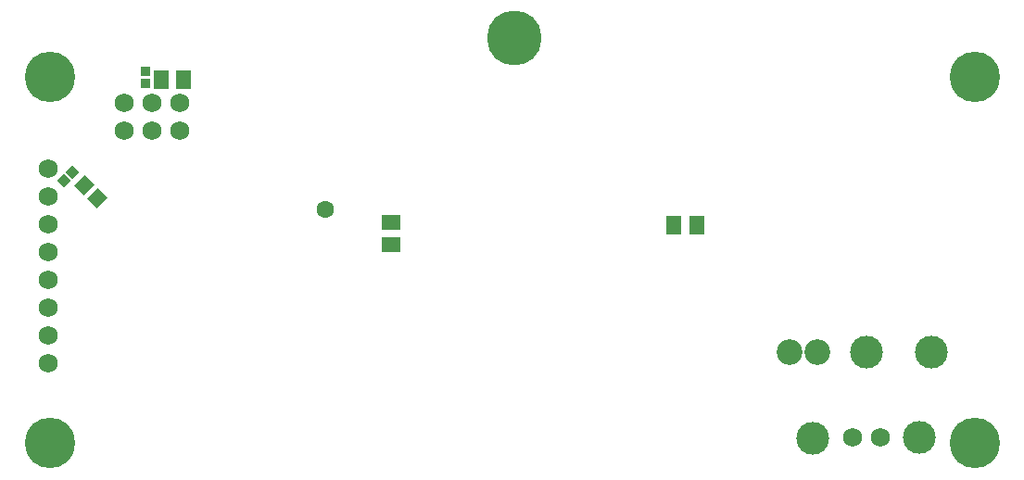
<source format=gbr>
%TF.GenerationSoftware,Altium Limited,Altium Designer,18.1.7 (191)*%
G04 Layer_Color=16711935*
%FSLAX26Y26*%
%MOIN*%
%TF.FileFunction,Soldermask,Bot*%
%TF.Part,Single*%
G01*
G75*
%TA.AperFunction,SMDPad,CuDef*%
%ADD57R,0.055244X0.065087*%
%ADD58R,0.065087X0.055244*%
%ADD59R,0.035559X0.035559*%
%ADD60P,0.050288X4X270.0*%
G04:AMPARAMS|DCode=61|XSize=55.244mil|YSize=51.307mil|CornerRadius=0mil|HoleSize=0mil|Usage=FLASHONLY|Rotation=225.000|XOffset=0mil|YOffset=0mil|HoleType=Round|Shape=Rectangle|*
%AMROTATEDRECTD61*
4,1,4,0.001392,0.037672,0.037672,0.001392,-0.001392,-0.037672,-0.037672,-0.001392,0.001392,0.037672,0.0*
%
%ADD61ROTATEDRECTD61*%

%TA.AperFunction,ComponentPad*%
%ADD62C,0.118000*%
%ADD63C,0.068000*%
%TA.AperFunction,ViaPad*%
%ADD64C,0.196850*%
%TA.AperFunction,ComponentPad*%
%ADD65C,0.092016*%
%TA.AperFunction,ViaPad*%
%ADD66C,0.181228*%
%ADD67C,0.063118*%
D57*
X2425118Y884134D02*
D03*
X2342441D02*
D03*
X498661Y1408307D02*
D03*
X581339D02*
D03*
D58*
X1326496Y811850D02*
D03*
Y894528D02*
D03*
D59*
X444827Y1392693D02*
D03*
Y1436000D02*
D03*
D60*
X179406Y1073264D02*
D03*
X148783Y1042641D02*
D03*
D61*
X222164Y1026104D02*
D03*
X269490Y978778D02*
D03*
D62*
X3035590Y427087D02*
D03*
X3268661D02*
D03*
X2842874Y117835D02*
D03*
X3228346Y120079D02*
D03*
D63*
X2986496Y118937D02*
D03*
X3086496D02*
D03*
X93685Y386000D02*
D03*
Y486000D02*
D03*
Y586000D02*
D03*
Y686000D02*
D03*
Y1086000D02*
D03*
Y986000D02*
D03*
Y886000D02*
D03*
Y786000D02*
D03*
X566685Y1323000D02*
D03*
X466685D02*
D03*
X366685D02*
D03*
Y1223000D02*
D03*
X466685D02*
D03*
X566685D02*
D03*
D64*
X1771653Y1555118D02*
D03*
D65*
X2758504Y427087D02*
D03*
X2858504D02*
D03*
D66*
X98425Y98425D02*
D03*
Y1417323D02*
D03*
X3425197D02*
D03*
Y98425D02*
D03*
D67*
X1089685Y940000D02*
D03*
%TF.MD5,239214aca5939f72d3bc96693ec8b13b*%
M02*

</source>
